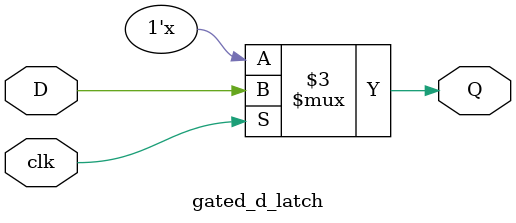
<source format=v>

module gated_d_latch(clk, D, Q);

input clk, D;
output reg Q;

always @ (D, clk)
	if (clk)
		Q = D;

endmodule

</source>
